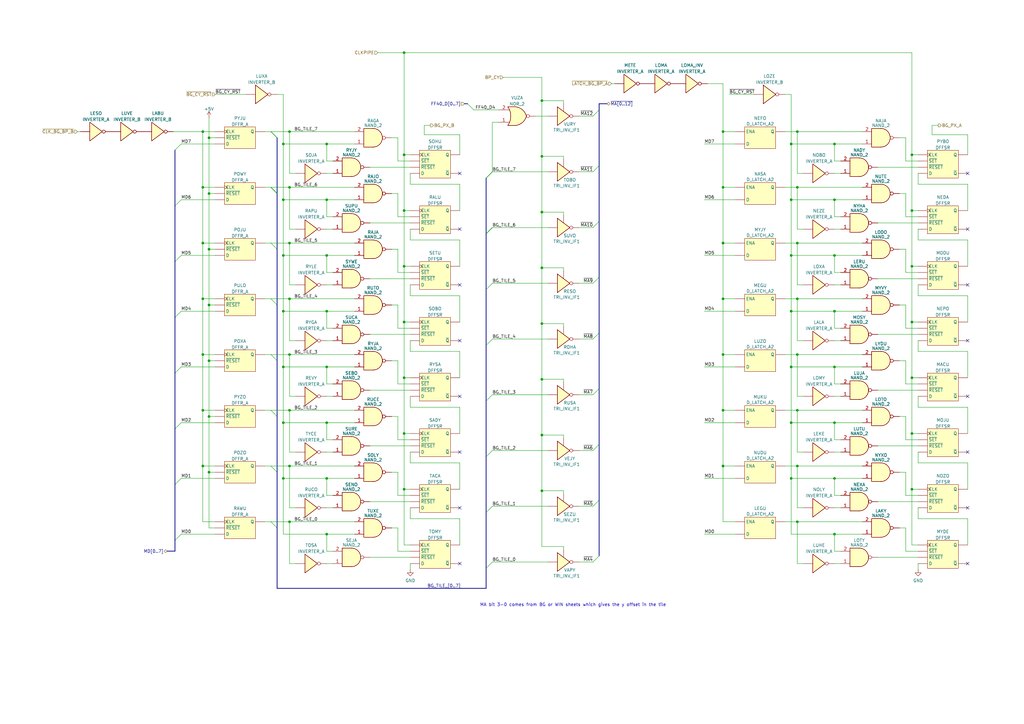
<source format=kicad_sch>
(kicad_sch (version 20211123) (generator eeschema)
  (paper "A3")
  (title_block (title "DMG-CPU B") (date "2022-12-22") (rev "0.3") (company "CC-BY-SA-4.0 Régis Galland & Michael Singer -- Derived work from Furrtek") (comment 1 "https://github.com/msinger/dmg-schematics"))
  (junction (at 296.545 191.135))
  (junction (at 118.745 53.975))
  (junction (at 85.725 170.815))
  (junction (at 374.015 200.66))
  (junction (at 342.265 196.215))
  (junction (at 165.735 21.59))
  (junction (at 296.545 122.555))
  (junction (at 327.025 99.695))
  (junction (at 165.735 86.36))
  (junction (at 324.485 104.775))
  (junction (at 296.545 53.975))
  (junction (at 165.735 154.94))
  (junction (at 327.025 213.995))
  (junction (at 133.985 196.215))
  (junction (at 165.735 63.5))
  (junction (at 118.745 76.835))
  (junction (at 222.25 64.135))
  (junction (at 133.985 219.075))
  (junction (at 83.185 168.275))
  (junction (at 85.725 79.375))
  (junction (at 165.735 109.22))
  (junction (at 222.25 178.435))
  (junction (at 116.205 81.915))
  (junction (at 296.545 145.415))
  (junction (at 118.745 213.995))
  (junction (at 85.725 193.675))
  (junction (at 116.205 127.635))
  (junction (at 324.485 150.495))
  (junction (at 222.25 109.855))
  (junction (at 116.205 150.495))
  (junction (at 116.205 173.355))
  (junction (at 296.545 168.275))
  (junction (at 342.265 150.495))
  (junction (at 83.185 53.975))
  (junction (at 222.25 132.715))
  (junction (at 133.985 59.055))
  (junction (at 133.985 81.915))
  (junction (at 116.205 196.215))
  (junction (at 222.25 201.295))
  (junction (at 296.545 76.835))
  (junction (at 327.025 168.275))
  (junction (at 324.485 127.635))
  (junction (at 118.745 122.555))
  (junction (at 296.545 99.695))
  (junction (at 83.185 191.135))
  (junction (at 327.025 191.135))
  (junction (at 374.015 86.36))
  (junction (at 324.485 59.055))
  (junction (at 118.745 191.135))
  (junction (at 83.185 99.695))
  (junction (at 133.985 127.635))
  (junction (at 85.725 125.095))
  (junction (at 374.015 63.5))
  (junction (at 133.985 150.495))
  (junction (at 222.25 41.275))
  (junction (at 342.265 219.075))
  (junction (at 165.735 177.8))
  (junction (at 327.025 76.835))
  (junction (at 85.725 147.955))
  (junction (at 324.485 196.215))
  (junction (at 324.485 81.915))
  (junction (at 83.185 76.835))
  (junction (at 374.015 132.08))
  (junction (at 327.025 53.975))
  (junction (at 118.745 99.695))
  (junction (at 374.015 154.94))
  (junction (at 342.265 59.055))
  (junction (at 374.015 109.22))
  (junction (at 116.205 104.775))
  (junction (at 342.265 81.915))
  (junction (at 327.025 145.415))
  (junction (at 118.745 145.415))
  (junction (at 133.985 104.775))
  (junction (at 342.265 104.775))
  (junction (at 133.985 173.355))
  (junction (at 118.745 168.275))
  (junction (at 222.25 86.995))
  (junction (at 83.185 122.555))
  (junction (at 165.735 132.08))
  (junction (at 374.015 177.8))
  (junction (at 342.265 127.635))
  (junction (at 85.725 102.235))
  (junction (at 116.205 59.055))
  (junction (at 324.485 173.355))
  (junction (at 83.185 145.415))
  (junction (at 165.735 200.66))
  (junction (at 342.265 173.355))
  (junction (at 222.25 155.575))
  (junction (at 85.725 56.515))
  (junction (at 327.025 122.555))
  (no_connect (at 396.875 162.56))
  (no_connect (at 188.595 71.12))
  (no_connect (at 188.595 185.42))
  (no_connect (at 396.875 139.7))
  (no_connect (at 188.595 231.14))
  (no_connect (at 188.595 139.7))
  (no_connect (at 396.875 93.98))
  (no_connect (at 396.875 231.14))
  (no_connect (at 188.595 93.98))
  (no_connect (at 188.595 162.56))
  (no_connect (at 188.595 116.84))
  (no_connect (at 396.875 185.42))
  (no_connect (at 188.595 208.28))
  (no_connect (at 396.875 71.12))
  (no_connect (at 396.875 208.28))
  (no_connect (at 396.875 116.84))
  (bus_entry (at 74.295 196.215) (size -2.54 2.54))
  (bus_entry (at 201.93 70.485) (size -2.54 2.54))
  (bus_entry (at 111.125 76.835) (size 2.54 2.54))
  (bus_entry (at 243.205 184.785) (size 2.54 -2.54))
  (bus_entry (at 201.93 139.065) (size -2.54 2.54))
  (bus_entry (at 111.125 53.975) (size 2.54 2.54))
  (bus_entry (at 243.205 116.205) (size 2.54 -2.54))
  (bus_entry (at 111.125 76.835) (size 2.54 2.54))
  (bus_entry (at 111.125 122.555) (size 2.54 2.54))
  (bus_entry (at 111.125 99.695) (size 2.54 2.54))
  (bus_entry (at 201.93 161.925) (size -2.54 2.54))
  (bus_entry (at 243.205 161.925) (size 2.54 -2.54))
  (bus_entry (at 111.125 168.275) (size 2.54 2.54))
  (bus_entry (at 243.205 70.485) (size 2.54 -2.54))
  (bus_entry (at 201.93 93.345) (size -2.54 2.54))
  (bus_entry (at 74.295 59.055) (size -2.54 2.54))
  (bus_entry (at 201.93 70.485) (size -2.54 2.54))
  (bus_entry (at 191.77 42.545) (size 2.54 2.54))
  (bus_entry (at 74.295 173.355) (size -2.54 2.54))
  (bus_entry (at 111.125 145.415) (size 2.54 2.54))
  (bus_entry (at 243.205 230.505) (size 2.54 -2.54))
  (bus_entry (at 243.205 47.625) (size 2.54 -2.54))
  (bus_entry (at 111.125 76.835) (size 2.54 2.54))
  (bus_entry (at 111.125 53.975) (size 2.54 2.54))
  (bus_entry (at 74.295 219.075) (size -2.54 2.54))
  (bus_entry (at 74.295 127.635) (size -2.54 2.54))
  (bus_entry (at 74.295 150.495) (size -2.54 2.54))
  (bus_entry (at 74.295 81.915) (size -2.54 2.54))
  (bus_entry (at 243.205 207.645) (size 2.54 -2.54))
  (bus_entry (at 243.205 93.345) (size 2.54 -2.54))
  (bus_entry (at 201.93 184.785) (size -2.54 2.54))
  (bus_entry (at 201.93 230.505) (size -2.54 2.54))
  (bus_entry (at 201.93 207.645) (size -2.54 2.54))
  (bus_entry (at 111.125 191.135) (size 2.54 2.54))
  (bus_entry (at 74.295 104.775) (size -2.54 2.54))
  (bus_entry (at 111.125 213.995) (size 2.54 2.54))
  (bus_entry (at 201.93 93.345) (size -2.54 2.54))
  (bus_entry (at 243.205 139.065) (size 2.54 -2.54))
  (bus_entry (at 201.93 93.345) (size -2.54 2.54))
  (bus_entry (at 201.93 116.205) (size -2.54 2.54))
  (wire (pts (xy 376.555 144.145) (xy 376.555 139.7)))
  (wire (pts (xy 188.595 154.94) (xy 188.595 144.145)))
  (wire (pts (xy 121.285 116.84) (xy 118.745 116.84)))
  (wire (pts (xy 376.555 121.285) (xy 396.875 121.285)))
  (wire (pts (xy 327.025 99.695) (xy 327.025 116.84)))
  (wire (pts (xy 396.875 132.08) (xy 396.875 121.285)))
  (wire (pts (xy 188.595 86.36) (xy 188.595 75.565)))
  (wire (pts (xy 165.735 109.22) (xy 165.735 86.36)))
  (wire (pts (xy 342.265 203.2) (xy 344.805 203.2)))
  (wire (pts (xy 342.265 157.48) (xy 342.265 150.495)))
  (wire (pts (xy 188.595 177.8) (xy 188.595 167.005)))
  (wire (pts (xy 288.925 196.215) (xy 301.625 196.215)))
  (wire (pts (xy 396.875 200.66) (xy 396.875 189.865)))
  (wire (pts (xy 376.555 157.48) (xy 371.475 157.48)))
  (wire (pts (xy 237.49 184.785) (xy 243.205 184.785)))
  (wire (pts (xy 360.045 91.44) (xy 376.555 91.44)))
  (wire (pts (xy 83.185 191.135) (xy 88.265 191.135)))
  (wire (pts (xy 231.14 202.565) (xy 231.14 201.295)))
  (wire (pts (xy 118.745 122.555) (xy 145.415 122.555)))
  (wire (pts (xy 222.25 41.275) (xy 222.25 64.135)))
  (wire (pts (xy 296.545 99.695) (xy 301.625 99.695)))
  (bus (pts (xy 245.745 67.945) (xy 245.745 45.085)))
  (wire (pts (xy 133.985 208.28) (xy 136.525 208.28)))
  (wire (pts (xy 88.265 147.955) (xy 85.725 147.955)))
  (wire (pts (xy 108.585 168.275) (xy 111.125 168.275)))
  (wire (pts (xy 108.585 53.975) (xy 111.125 53.975)))
  (wire (pts (xy 342.265 111.76) (xy 344.805 111.76)))
  (wire (pts (xy 163.195 193.675) (xy 163.195 203.2)))
  (wire (pts (xy 111.125 213.995) (xy 118.745 213.995)))
  (bus (pts (xy 71.755 130.175) (xy 71.755 153.035)))
  (wire (pts (xy 168.275 167.005) (xy 188.595 167.005)))
  (wire (pts (xy 324.485 38.735) (xy 324.485 59.055)))
  (wire (pts (xy 376.555 212.725) (xy 396.875 212.725)))
  (wire (pts (xy 116.205 104.775) (xy 116.205 127.635)))
  (wire (pts (xy 188.595 132.08) (xy 188.595 121.285)))
  (wire (pts (xy 165.735 132.08) (xy 168.275 132.08)))
  (wire (pts (xy 168.275 189.865) (xy 188.595 189.865)))
  (wire (pts (xy 231.14 225.425) (xy 231.14 224.155)))
  (wire (pts (xy 342.265 185.42) (xy 344.805 185.42)))
  (wire (pts (xy 108.585 76.835) (xy 111.125 76.835)))
  (wire (pts (xy 133.985 127.635) (xy 145.415 127.635)))
  (wire (pts (xy 376.555 167.005) (xy 396.875 167.005)))
  (wire (pts (xy 168.275 212.725) (xy 188.595 212.725)))
  (wire (pts (xy 83.185 76.835) (xy 88.265 76.835)))
  (wire (pts (xy 288.925 59.055) (xy 301.625 59.055)))
  (wire (pts (xy 151.765 182.88) (xy 168.275 182.88)))
  (wire (pts (xy 85.725 102.235) (xy 85.725 125.095)))
  (bus (pts (xy 245.745 113.665) (xy 245.745 90.805)))
  (wire (pts (xy 237.49 47.625) (xy 243.205 47.625)))
  (wire (pts (xy 168.275 75.565) (xy 188.595 75.565)))
  (bus (pts (xy 199.39 187.325) (xy 199.39 210.185)))
  (wire (pts (xy 74.295 104.775) (xy 88.265 104.775)))
  (wire (pts (xy 88.265 102.235) (xy 85.725 102.235)))
  (wire (pts (xy 133.985 157.48) (xy 133.985 150.495)))
  (wire (pts (xy 342.265 219.075) (xy 353.695 219.075)))
  (wire (pts (xy 376.555 121.285) (xy 376.555 116.84)))
  (wire (pts (xy 163.195 147.955) (xy 163.195 157.48)))
  (wire (pts (xy 116.205 81.915) (xy 116.205 104.775)))
  (wire (pts (xy 288.925 104.775) (xy 301.625 104.775)))
  (wire (pts (xy 188.595 55.245) (xy 188.595 63.5)))
  (wire (pts (xy 85.725 193.675) (xy 85.725 216.535)))
  (wire (pts (xy 296.545 145.415) (xy 301.625 145.415)))
  (wire (pts (xy 324.485 196.215) (xy 342.265 196.215)))
  (wire (pts (xy 231.14 65.405) (xy 231.14 64.135)))
  (wire (pts (xy 368.935 79.375) (xy 371.475 79.375)))
  (wire (pts (xy 83.185 168.275) (xy 83.185 191.135)))
  (wire (pts (xy 133.985 219.075) (xy 145.415 219.075)))
  (wire (pts (xy 327.025 231.14) (xy 327.025 213.995)))
  (wire (pts (xy 121.285 231.14) (xy 118.745 231.14)))
  (wire (pts (xy 329.565 139.7) (xy 327.025 139.7)))
  (bus (pts (xy 248.92 42.545) (xy 245.745 42.545)))
  (wire (pts (xy 83.185 168.275) (xy 88.265 168.275)))
  (wire (pts (xy 324.485 173.355) (xy 324.485 196.215)))
  (wire (pts (xy 376.555 98.425) (xy 376.555 93.98)))
  (wire (pts (xy 368.935 216.535) (xy 371.475 216.535)))
  (wire (pts (xy 163.195 79.375) (xy 163.195 88.9)))
  (wire (pts (xy 133.985 71.12) (xy 136.525 71.12)))
  (wire (pts (xy 360.045 205.74) (xy 376.555 205.74)))
  (bus (pts (xy 71.755 153.035) (xy 71.755 175.895)))
  (wire (pts (xy 382.27 51.435) (xy 384.81 51.435)))
  (wire (pts (xy 382.27 55.245) (xy 396.875 55.245)))
  (wire (pts (xy 165.735 63.5) (xy 165.735 21.59)))
  (wire (pts (xy 168.275 231.14) (xy 168.275 233.68)))
  (wire (pts (xy 151.765 114.3) (xy 168.275 114.3)))
  (wire (pts (xy 327.025 168.275) (xy 327.025 185.42)))
  (wire (pts (xy 71.12 53.975) (xy 83.185 53.975)))
  (wire (pts (xy 309.245 38.735) (xy 299.085 38.735)))
  (wire (pts (xy 296.545 53.975) (xy 301.625 53.975)))
  (wire (pts (xy 222.25 86.995) (xy 222.25 64.135)))
  (wire (pts (xy 118.745 99.695) (xy 145.415 99.695)))
  (wire (pts (xy 160.655 193.675) (xy 163.195 193.675)))
  (wire (pts (xy 163.195 216.535) (xy 163.195 226.06)))
  (wire (pts (xy 374.015 200.66) (xy 374.015 177.8)))
  (wire (pts (xy 342.265 66.04) (xy 342.265 59.055)))
  (bus (pts (xy 245.745 42.545) (xy 245.745 45.085)))
  (wire (pts (xy 163.195 56.515) (xy 163.195 66.04)))
  (wire (pts (xy 376.555 111.76) (xy 371.475 111.76)))
  (wire (pts (xy 85.725 56.515) (xy 85.725 79.375)))
  (wire (pts (xy 237.49 207.645) (xy 243.205 207.645)))
  (wire (pts (xy 173.99 51.435) (xy 173.99 55.245)))
  (wire (pts (xy 151.765 160.02) (xy 168.275 160.02)))
  (wire (pts (xy 324.485 81.915) (xy 324.485 104.775)))
  (wire (pts (xy 83.185 99.695) (xy 88.265 99.695)))
  (wire (pts (xy 231.14 132.715) (xy 222.25 132.715)))
  (wire (pts (xy 173.99 51.435) (xy 176.53 51.435)))
  (wire (pts (xy 374.015 86.36) (xy 374.015 63.5)))
  (wire (pts (xy 321.945 145.415) (xy 327.025 145.415)))
  (wire (pts (xy 382.27 51.435) (xy 382.27 55.245)))
  (wire (pts (xy 296.545 191.135) (xy 301.625 191.135)))
  (bus (pts (xy 245.745 67.945) (xy 245.745 90.805)))
  (wire (pts (xy 296.545 34.29) (xy 296.545 53.975)))
  (wire (pts (xy 116.205 173.355) (xy 116.205 196.215)))
  (wire (pts (xy 160.655 216.535) (xy 163.195 216.535)))
  (wire (pts (xy 329.565 116.84) (xy 327.025 116.84)))
  (wire (pts (xy 342.265 88.9) (xy 344.805 88.9)))
  (bus (pts (xy 245.745 182.245) (xy 245.745 159.385)))
  (wire (pts (xy 154.94 21.59) (xy 165.735 21.59)))
  (wire (pts (xy 201.93 50.165) (xy 201.93 70.485)))
  (wire (pts (xy 327.025 191.135) (xy 353.695 191.135)))
  (wire (pts (xy 222.25 132.715) (xy 222.25 109.855)))
  (wire (pts (xy 111.125 191.135) (xy 118.745 191.135)))
  (wire (pts (xy 168.275 144.145) (xy 168.275 139.7)))
  (wire (pts (xy 201.93 161.925) (xy 224.79 161.925)))
  (wire (pts (xy 360.045 137.16) (xy 376.555 137.16)))
  (wire (pts (xy 327.025 191.135) (xy 327.025 208.28)))
  (bus (pts (xy 245.745 205.105) (xy 245.745 182.245)))
  (wire (pts (xy 360.045 182.88) (xy 376.555 182.88)))
  (wire (pts (xy 151.765 68.58) (xy 168.275 68.58)))
  (wire (pts (xy 111.125 145.415) (xy 118.745 145.415)))
  (wire (pts (xy 83.185 145.415) (xy 83.185 168.275)))
  (wire (pts (xy 168.275 121.285) (xy 168.275 116.84)))
  (bus (pts (xy 199.39 210.185) (xy 199.39 233.045)))
  (wire (pts (xy 329.565 93.98) (xy 327.025 93.98)))
  (wire (pts (xy 165.735 154.94) (xy 165.735 132.08)))
  (wire (pts (xy 374.015 109.22) (xy 374.015 86.36)))
  (wire (pts (xy 108.585 191.135) (xy 111.125 191.135)))
  (wire (pts (xy 296.545 145.415) (xy 296.545 168.275)))
  (wire (pts (xy 88.265 79.375) (xy 85.725 79.375)))
  (wire (pts (xy 74.295 173.355) (xy 88.265 173.355)))
  (wire (pts (xy 151.765 137.16) (xy 168.275 137.16)))
  (wire (pts (xy 118.745 76.835) (xy 118.745 93.98)))
  (wire (pts (xy 290.195 34.29) (xy 296.545 34.29)))
  (wire (pts (xy 133.985 59.055) (xy 145.415 59.055)))
  (wire (pts (xy 324.485 150.495) (xy 342.265 150.495)))
  (wire (pts (xy 74.295 196.215) (xy 88.265 196.215)))
  (wire (pts (xy 327.025 122.555) (xy 327.025 139.7)))
  (wire (pts (xy 342.265 81.915) (xy 353.695 81.915)))
  (bus (pts (xy 113.665 125.095) (xy 113.665 147.955)))
  (wire (pts (xy 374.015 154.94) (xy 374.015 132.08)))
  (wire (pts (xy 368.935 102.235) (xy 371.475 102.235)))
  (wire (pts (xy 201.93 230.505) (xy 224.79 230.505)))
  (bus (pts (xy 113.665 102.235) (xy 113.665 125.095)))
  (wire (pts (xy 360.045 160.02) (xy 376.555 160.02)))
  (wire (pts (xy 111.125 99.695) (xy 118.745 99.695)))
  (wire (pts (xy 368.935 56.515) (xy 371.475 56.515)))
  (wire (pts (xy 168.275 157.48) (xy 163.195 157.48)))
  (bus (pts (xy 113.665 216.535) (xy 113.665 241.3)))
  (wire (pts (xy 321.945 76.835) (xy 327.025 76.835)))
  (wire (pts (xy 118.745 191.135) (xy 145.415 191.135)))
  (wire (pts (xy 206.375 31.75) (xy 222.25 31.75)))
  (wire (pts (xy 133.985 66.04) (xy 136.525 66.04)))
  (wire (pts (xy 327.025 76.835) (xy 353.695 76.835)))
  (wire (pts (xy 376.555 189.865) (xy 396.875 189.865)))
  (wire (pts (xy 342.265 180.34) (xy 344.805 180.34)))
  (wire (pts (xy 396.875 177.8) (xy 396.875 167.005)))
  (wire (pts (xy 74.295 81.915) (xy 88.265 81.915)))
  (wire (pts (xy 168.275 189.865) (xy 168.275 185.42)))
  (wire (pts (xy 374.015 63.5) (xy 376.555 63.5)))
  (wire (pts (xy 231.14 42.545) (xy 231.14 41.275)))
  (wire (pts (xy 231.14 111.125) (xy 231.14 109.855)))
  (bus (pts (xy 191.77 42.545) (xy 190.5 42.545)))
  (wire (pts (xy 83.185 213.995) (xy 88.265 213.995)))
  (bus (pts (xy 113.665 170.815) (xy 113.665 193.675)))
  (wire (pts (xy 74.295 59.055) (xy 88.265 59.055)))
  (wire (pts (xy 168.275 167.005) (xy 168.275 162.56)))
  (wire (pts (xy 133.985 150.495) (xy 145.415 150.495)))
  (wire (pts (xy 201.93 139.065) (xy 224.79 139.065)))
  (wire (pts (xy 360.045 114.3) (xy 376.555 114.3)))
  (wire (pts (xy 168.275 75.565) (xy 168.275 71.12)))
  (wire (pts (xy 168.275 203.2) (xy 163.195 203.2)))
  (wire (pts (xy 231.14 109.855) (xy 222.25 109.855)))
  (wire (pts (xy 168.275 121.285) (xy 188.595 121.285)))
  (wire (pts (xy 396.875 55.245) (xy 396.875 63.5)))
  (wire (pts (xy 376.555 203.2) (xy 371.475 203.2)))
  (wire (pts (xy 376.555 189.865) (xy 376.555 185.42)))
  (wire (pts (xy 165.735 21.59) (xy 374.015 21.59)))
  (wire (pts (xy 368.935 125.095) (xy 371.475 125.095)))
  (wire (pts (xy 116.205 219.075) (xy 133.985 219.075)))
  (wire (pts (xy 116.205 127.635) (xy 116.205 150.495)))
  (wire (pts (xy 342.265 111.76) (xy 342.265 104.775)))
  (wire (pts (xy 133.985 93.98) (xy 136.525 93.98)))
  (wire (pts (xy 231.14 88.265) (xy 231.14 86.995)))
  (bus (pts (xy 113.665 79.375) (xy 113.665 102.235)))
  (wire (pts (xy 133.985 162.56) (xy 136.525 162.56)))
  (wire (pts (xy 118.745 231.14) (xy 118.745 213.995)))
  (wire (pts (xy 376.555 212.725) (xy 376.555 208.28)))
  (bus (pts (xy 245.745 136.525) (xy 245.745 113.665)))
  (wire (pts (xy 165.735 177.8) (xy 165.735 154.94)))
  (wire (pts (xy 324.485 59.055) (xy 324.485 81.915)))
  (wire (pts (xy 133.985 226.06) (xy 133.985 219.075)))
  (wire (pts (xy 219.71 47.625) (xy 224.79 47.625)))
  (wire (pts (xy 222.25 109.855) (xy 222.25 86.995)))
  (wire (pts (xy 342.265 127.635) (xy 353.695 127.635)))
  (wire (pts (xy 74.295 219.075) (xy 88.265 219.075)))
  (wire (pts (xy 374.015 154.94) (xy 376.555 154.94)))
  (wire (pts (xy 371.475 102.235) (xy 371.475 111.76)))
  (wire (pts (xy 231.14 64.135) (xy 222.25 64.135)))
  (wire (pts (xy 327.025 99.695) (xy 353.695 99.695)))
  (wire (pts (xy 116.205 59.055) (xy 116.205 81.915)))
  (wire (pts (xy 396.875 109.22) (xy 396.875 98.425)))
  (wire (pts (xy 121.285 162.56) (xy 118.745 162.56)))
  (wire (pts (xy 118.745 168.275) (xy 145.415 168.275)))
  (wire (pts (xy 160.655 147.955) (xy 163.195 147.955)))
  (wire (pts (xy 321.945 191.135) (xy 327.025 191.135)))
  (wire (pts (xy 324.485 104.775) (xy 324.485 127.635)))
  (wire (pts (xy 168.275 66.04) (xy 163.195 66.04)))
  (wire (pts (xy 342.265 104.775) (xy 353.695 104.775)))
  (bus (pts (xy 245.745 159.385) (xy 245.745 136.525)))
  (wire (pts (xy 222.25 178.435) (xy 222.25 155.575)))
  (wire (pts (xy 168.275 98.425) (xy 168.275 93.98)))
  (wire (pts (xy 151.765 228.6) (xy 168.275 228.6)))
  (wire (pts (xy 133.985 134.62) (xy 133.985 127.635)))
  (wire (pts (xy 168.275 223.52) (xy 165.735 223.52)))
  (wire (pts (xy 133.985 173.355) (xy 145.415 173.355)))
  (wire (pts (xy 201.93 184.785) (xy 224.79 184.785)))
  (wire (pts (xy 222.25 155.575) (xy 222.25 132.715)))
  (bus (pts (xy 113.665 193.675) (xy 113.665 216.535)))
  (wire (pts (xy 133.985 157.48) (xy 136.525 157.48)))
  (wire (pts (xy 288.925 219.075) (xy 301.625 219.075)))
  (wire (pts (xy 329.565 162.56) (xy 327.025 162.56)))
  (wire (pts (xy 342.265 134.62) (xy 344.805 134.62)))
  (bus (pts (xy 113.665 56.515) (xy 113.665 79.375)))
  (wire (pts (xy 85.725 79.375) (xy 85.725 102.235)))
  (wire (pts (xy 237.49 161.925) (xy 243.205 161.925)))
  (wire (pts (xy 371.475 125.095) (xy 371.475 134.62)))
  (wire (pts (xy 133.985 111.76) (xy 133.985 104.775)))
  (wire (pts (xy 324.485 173.355) (xy 342.265 173.355)))
  (wire (pts (xy 31.75 53.975) (xy 33.02 53.975)))
  (wire (pts (xy 116.205 150.495) (xy 116.205 173.355)))
  (wire (pts (xy 321.945 213.995) (xy 327.025 213.995)))
  (bus (pts (xy 71.755 198.755) (xy 71.755 221.615)))
  (wire (pts (xy 83.185 53.975) (xy 83.185 76.835)))
  (wire (pts (xy 116.205 104.775) (xy 133.985 104.775)))
  (wire (pts (xy 231.14 201.295) (xy 222.25 201.295)))
  (wire (pts (xy 342.265 71.12) (xy 344.805 71.12)))
  (wire (pts (xy 296.545 76.835) (xy 301.625 76.835)))
  (bus (pts (xy 199.39 141.605) (xy 199.39 164.465)))
  (wire (pts (xy 111.125 122.555) (xy 118.745 122.555)))
  (wire (pts (xy 296.545 168.275) (xy 301.625 168.275)))
  (wire (pts (xy 118.745 53.975) (xy 145.415 53.975)))
  (wire (pts (xy 165.735 86.36) (xy 165.735 63.5)))
  (wire (pts (xy 288.925 127.635) (xy 301.625 127.635)))
  (wire (pts (xy 368.935 193.675) (xy 371.475 193.675)))
  (wire (pts (xy 188.595 109.22) (xy 188.595 98.425)))
  (wire (pts (xy 342.265 231.14) (xy 344.805 231.14)))
  (wire (pts (xy 396.875 86.36) (xy 396.875 75.565)))
  (bus (pts (xy 199.39 95.885) (xy 199.39 118.745)))
  (wire (pts (xy 374.015 177.8) (xy 376.555 177.8)))
  (wire (pts (xy 376.555 98.425) (xy 396.875 98.425)))
  (wire (pts (xy 160.655 56.515) (xy 163.195 56.515)))
  (wire (pts (xy 342.265 162.56) (xy 344.805 162.56)))
  (wire (pts (xy 329.565 71.12) (xy 327.025 71.12)))
  (wire (pts (xy 118.745 122.555) (xy 118.745 139.7)))
  (wire (pts (xy 324.485 59.055) (xy 342.265 59.055)))
  (wire (pts (xy 321.945 168.275) (xy 327.025 168.275)))
  (wire (pts (xy 168.275 226.06) (xy 163.195 226.06)))
  (wire (pts (xy 85.725 170.815) (xy 85.725 193.675)))
  (bus (pts (xy 71.755 175.895) (xy 71.755 198.755)))
  (wire (pts (xy 327.025 53.975) (xy 327.025 71.12)))
  (wire (pts (xy 201.93 70.485) (xy 224.79 70.485)))
  (wire (pts (xy 108.585 122.555) (xy 111.125 122.555)))
  (wire (pts (xy 133.985 111.76) (xy 136.525 111.76)))
  (bus (pts (xy 199.39 233.045) (xy 199.39 241.3)))
  (wire (pts (xy 374.015 21.59) (xy 374.015 63.5)))
  (wire (pts (xy 133.985 116.84) (xy 136.525 116.84)))
  (wire (pts (xy 321.945 122.555) (xy 327.025 122.555)))
  (wire (pts (xy 374.015 109.22) (xy 376.555 109.22)))
  (wire (pts (xy 118.745 168.275) (xy 118.745 185.42)))
  (wire (pts (xy 342.265 196.215) (xy 353.695 196.215)))
  (wire (pts (xy 88.265 193.675) (xy 85.725 193.675)))
  (wire (pts (xy 376.555 134.62) (xy 371.475 134.62)))
  (wire (pts (xy 396.875 154.94) (xy 396.875 144.145)))
  (wire (pts (xy 133.985 231.14) (xy 136.525 231.14)))
  (wire (pts (xy 133.985 88.9) (xy 133.985 81.915)))
  (wire (pts (xy 83.185 99.695) (xy 83.185 122.555)))
  (wire (pts (xy 376.555 180.34) (xy 371.475 180.34)))
  (wire (pts (xy 85.725 125.095) (xy 85.725 147.955)))
  (wire (pts (xy 324.485 196.215) (xy 324.485 219.075)))
  (wire (pts (xy 121.285 93.98) (xy 118.745 93.98)))
  (wire (pts (xy 133.985 139.7) (xy 136.525 139.7)))
  (wire (pts (xy 231.14 155.575) (xy 222.25 155.575)))
  (bus (pts (xy 199.39 164.465) (xy 199.39 187.325)))
  (wire (pts (xy 165.735 154.94) (xy 168.275 154.94)))
  (wire (pts (xy 88.265 56.515) (xy 85.725 56.515)))
  (wire (pts (xy 168.275 134.62) (xy 163.195 134.62)))
  (wire (pts (xy 118.745 191.135) (xy 118.745 208.28)))
  (wire (pts (xy 321.945 99.695) (xy 327.025 99.695)))
  (wire (pts (xy 376.555 75.565) (xy 376.555 71.12)))
  (wire (pts (xy 133.985 134.62) (xy 136.525 134.62)))
  (wire (pts (xy 376.555 75.565) (xy 396.875 75.565)))
  (wire (pts (xy 376.555 88.9) (xy 371.475 88.9)))
  (wire (pts (xy 371.475 147.955) (xy 371.475 157.48)))
  (wire (pts (xy 133.985 203.2) (xy 133.985 196.215)))
  (wire (pts (xy 168.275 144.145) (xy 188.595 144.145)))
  (wire (pts (xy 201.93 50.165) (xy 204.47 50.165)))
  (bus (pts (xy 71.755 84.455) (xy 71.755 107.315)))
  (wire (pts (xy 342.265 134.62) (xy 342.265 127.635)))
  (wire (pts (xy 231.14 178.435) (xy 222.25 178.435)))
  (wire (pts (xy 118.745 145.415) (xy 118.745 162.56)))
  (wire (pts (xy 231.14 133.985) (xy 231.14 132.715)))
  (wire (pts (xy 111.125 168.275) (xy 118.745 168.275)))
  (wire (pts (xy 74.295 150.495) (xy 88.265 150.495)))
  (wire (pts (xy 327.025 145.415) (xy 353.695 145.415)))
  (wire (pts (xy 342.265 208.28) (xy 344.805 208.28)))
  (wire (pts (xy 324.485 127.635) (xy 324.485 150.495)))
  (wire (pts (xy 168.275 180.34) (xy 163.195 180.34)))
  (wire (pts (xy 237.49 116.205) (xy 243.205 116.205)))
  (wire (pts (xy 327.025 76.835) (xy 327.025 93.98)))
  (wire (pts (xy 342.265 203.2) (xy 342.265 196.215)))
  (wire (pts (xy 376.555 144.145) (xy 396.875 144.145)))
  (wire (pts (xy 121.285 71.12) (xy 118.745 71.12)))
  (wire (pts (xy 133.985 185.42) (xy 136.525 185.42)))
  (wire (pts (xy 396.875 223.52) (xy 396.875 212.725)))
  (wire (pts (xy 376.555 167.005) (xy 376.555 162.56)))
  (wire (pts (xy 163.195 125.095) (xy 163.195 134.62)))
  (wire (pts (xy 83.185 122.555) (xy 83.185 145.415)))
  (wire (pts (xy 329.565 208.28) (xy 327.025 208.28)))
  (wire (pts (xy 160.655 170.815) (xy 163.195 170.815)))
  (wire (pts (xy 133.985 180.34) (xy 133.985 173.355)))
  (wire (pts (xy 83.185 53.975) (xy 88.265 53.975)))
  (wire (pts (xy 296.545 213.995) (xy 301.625 213.995)))
  (wire (pts (xy 116.205 59.055) (xy 133.985 59.055)))
  (wire (pts (xy 160.655 125.095) (xy 163.195 125.095)))
  (bus (pts (xy 68.58 226.06) (xy 71.755 226.06)))
  (wire (pts (xy 222.25 201.295) (xy 222.25 178.435)))
  (wire (pts (xy 342.265 88.9) (xy 342.265 81.915)))
  (wire (pts (xy 133.985 196.215) (xy 145.415 196.215)))
  (wire (pts (xy 376.555 66.04) (xy 371.475 66.04)))
  (wire (pts (xy 118.745 76.835) (xy 145.415 76.835)))
  (wire (pts (xy 83.185 76.835) (xy 83.185 99.695)))
  (wire (pts (xy 342.265 66.04) (xy 344.805 66.04)))
  (wire (pts (xy 201.93 93.345) (xy 224.79 93.345)))
  (wire (pts (xy 165.735 223.52) (xy 165.735 200.66)))
  (wire (pts (xy 116.205 196.215) (xy 133.985 196.215)))
  (wire (pts (xy 374.015 132.08) (xy 376.555 132.08)))
  (bus (pts (xy 71.755 221.615) (xy 71.755 226.06)))
  (wire (pts (xy 108.585 99.695) (xy 111.125 99.695)))
  (wire (pts (xy 371.475 56.515) (xy 371.475 66.04)))
  (wire (pts (xy 327.025 53.975) (xy 353.695 53.975)))
  (wire (pts (xy 118.745 213.995) (xy 145.415 213.995)))
  (wire (pts (xy 108.585 145.415) (xy 111.125 145.415)))
  (wire (pts (xy 296.545 53.975) (xy 296.545 76.835)))
  (bus (pts (xy 113.665 147.955) (xy 113.665 170.815)))
  (wire (pts (xy 360.045 228.6) (xy 376.555 228.6)))
  (wire (pts (xy 237.49 93.345) (xy 243.205 93.345)))
  (wire (pts (xy 342.265 180.34) (xy 342.265 173.355)))
  (wire (pts (xy 288.925 150.495) (xy 301.625 150.495)))
  (wire (pts (xy 116.205 81.915) (xy 133.985 81.915)))
  (wire (pts (xy 133.985 226.06) (xy 136.525 226.06)))
  (wire (pts (xy 88.265 216.535) (xy 85.725 216.535)))
  (wire (pts (xy 342.265 173.355) (xy 353.695 173.355)))
  (wire (pts (xy 165.735 109.22) (xy 168.275 109.22)))
  (wire (pts (xy 296.545 99.695) (xy 296.545 122.555)))
  (wire (pts (xy 168.275 88.9) (xy 163.195 88.9)))
  (wire (pts (xy 165.735 86.36) (xy 168.275 86.36)))
  (wire (pts (xy 327.025 145.415) (xy 327.025 162.56)))
  (wire (pts (xy 188.595 223.52) (xy 188.595 212.725)))
  (wire (pts (xy 133.985 88.9) (xy 136.525 88.9)))
  (wire (pts (xy 342.265 93.98) (xy 344.805 93.98)))
  (wire (pts (xy 371.475 216.535) (xy 371.475 226.06)))
  (wire (pts (xy 371.475 170.815) (xy 371.475 180.34)))
  (wire (pts (xy 237.49 70.485) (xy 243.205 70.485)))
  (wire (pts (xy 324.485 81.915) (xy 342.265 81.915)))
  (wire (pts (xy 321.945 53.975) (xy 327.025 53.975)))
  (wire (pts (xy 133.985 104.775) (xy 145.415 104.775)))
  (wire (pts (xy 165.735 63.5) (xy 168.275 63.5)))
  (wire (pts (xy 329.565 185.42) (xy 327.025 185.42)))
  (bus (pts (xy 199.39 118.745) (xy 199.39 141.605)))
  (wire (pts (xy 133.985 81.915) (xy 145.415 81.915)))
  (wire (pts (xy 376.555 223.52) (xy 374.015 223.52)))
  (wire (pts (xy 121.285 139.7) (xy 118.745 139.7)))
  (wire (pts (xy 296.545 122.555) (xy 296.545 145.415)))
  (wire (pts (xy 118.745 53.975) (xy 118.745 71.12)))
  (wire (pts (xy 374.015 223.52) (xy 374.015 200.66)))
  (wire (pts (xy 188.595 200.66) (xy 188.595 189.865)))
  (wire (pts (xy 88.265 170.815) (xy 85.725 170.815)))
  (wire (pts (xy 296.545 122.555) (xy 301.625 122.555)))
  (wire (pts (xy 231.14 41.275) (xy 222.25 41.275)))
  (wire (pts (xy 374.015 86.36) (xy 376.555 86.36)))
  (wire (pts (xy 83.185 145.415) (xy 88.265 145.415)))
  (wire (pts (xy 108.585 213.995) (xy 111.125 213.995)))
  (wire (pts (xy 173.99 55.245) (xy 188.595 55.245)))
  (wire (pts (xy 342.265 139.7) (xy 344.805 139.7)))
  (wire (pts (xy 342.265 226.06) (xy 342.265 219.075)))
  (wire (pts (xy 327.025 122.555) (xy 353.695 122.555)))
  (wire (pts (xy 296.545 168.275) (xy 296.545 191.135)))
  (wire (pts (xy 83.185 122.555) (xy 88.265 122.555)))
  (wire (pts (xy 342.265 59.055) (xy 353.695 59.055)))
  (wire (pts (xy 327.025 213.995) (xy 353.695 213.995)))
  (wire (pts (xy 371.475 79.375) (xy 371.475 88.9)))
  (wire (pts (xy 160.655 79.375) (xy 163.195 79.375)))
  (wire (pts (xy 163.195 102.235) (xy 163.195 111.76)))
  (wire (pts (xy 116.205 196.215) (xy 116.205 219.075)))
  (wire (pts (xy 222.25 224.155) (xy 222.25 201.295)))
  (wire (pts (xy 371.475 193.675) (xy 371.475 203.2)))
  (wire (pts (xy 231.14 86.995) (xy 222.25 86.995)))
  (wire (pts (xy 165.735 200.66) (xy 168.275 200.66)))
  (wire (pts (xy 133.985 180.34) (xy 136.525 180.34)))
  (wire (pts (xy 116.205 150.495) (xy 133.985 150.495)))
  (wire (pts (xy 342.265 157.48) (xy 344.805 157.48)))
  (wire (pts (xy 374.015 200.66) (xy 376.555 200.66)))
  (wire (pts (xy 327.025 168.275) (xy 353.695 168.275)))
  (wire (pts (xy 121.285 185.42) (xy 118.745 185.42)))
  (wire (pts (xy 83.185 191.135) (xy 83.185 213.995)))
  (wire (pts (xy 231.14 224.155) (xy 222.25 224.155)))
  (wire (pts (xy 160.655 102.235) (xy 163.195 102.235)))
  (wire (pts (xy 133.985 66.04) (xy 133.985 59.055)))
  (wire (pts (xy 121.285 208.28) (xy 118.745 208.28)))
  (wire (pts (xy 222.25 41.275) (xy 222.25 31.75)))
  (wire (pts (xy 168.275 111.76) (xy 163.195 111.76)))
  (wire (pts (xy 163.195 170.815) (xy 163.195 180.34)))
  (wire (pts (xy 118.745 99.695) (xy 118.745 116.84)))
  (bus (pts (xy 199.39 73.025) (xy 199.39 95.885)))
  (wire (pts (xy 231.14 179.705) (xy 231.14 178.435)))
  (wire (pts (xy 374.015 177.8) (xy 374.015 154.94)))
  (bus (pts (xy 71.755 61.595) (xy 71.755 84.455)))
  (bus (pts (xy 245.745 227.965) (xy 245.745 205.105)))
  (wire (pts (xy 376.555 226.06) (xy 371.475 226.06)))
  (wire (pts (xy 324.485 104.775) (xy 342.265 104.775)))
  (wire (pts (xy 237.49 139.065) (xy 243.205 139.065)))
  (wire (pts (xy 151.765 205.74) (xy 168.275 205.74)))
  (wire (pts (xy 368.935 170.815) (xy 371.475 170.815)))
  (wire (pts (xy 100.965 38.735) (xy 88.265 38.735)))
  (wire (pts (xy 288.925 81.915) (xy 301.625 81.915)))
  (wire (pts (xy 342.265 116.84) (xy 344.805 116.84)))
  (wire (pts (xy 168.275 212.725) (xy 168.275 208.28)))
  (wire (pts (xy 85.725 56.515) (xy 85.725 48.26)))
  (wire (pts (xy 376.555 231.14) (xy 376.555 233.68)))
  (wire (pts (xy 201.93 207.645) (xy 224.79 207.645)))
  (wire (pts (xy 201.93 116.205) (xy 224.79 116.205)))
  (wire (pts (xy 118.745 145.415) (xy 145.415 145.415)))
  (wire (pts (xy 74.295 127.635) (xy 88.265 127.635)))
  (wire (pts (xy 250.825 34.29) (xy 252.095 34.29)))
  (bus (pts (xy 113.665 241.3) (xy 199.39 241.3)))
  (wire (pts (xy 324.485 219.075) (xy 342.265 219.075)))
  (wire (pts (xy 368.935 147.955) (xy 371.475 147.955)))
  (wire (pts (xy 342.265 226.06) (xy 344.805 226.06)))
  (wire (pts (xy 116.205 173.355) (xy 133.985 173.355)))
  (wire (pts (xy 111.125 53.975) (xy 118.745 53.975)))
  (wire (pts (xy 111.125 76.835) (xy 118.745 76.835)))
  (wire (pts (xy 231.14 156.845) (xy 231.14 155.575)))
  (wire (pts (xy 296.545 191.135) (xy 296.545 213.995)))
  (wire (pts (xy 165.735 177.8) (xy 168.275 177.8)))
  (wire (pts (xy 329.565 231.14) (xy 327.025 231.14)))
  (wire (pts (xy 88.265 125.095) (xy 85.725 125.095)))
  (wire (pts (xy 151.765 91.44) (xy 168.275 91.44)))
  (wire (pts (xy 133.985 203.2) (xy 136.525 203.2)))
  (wire (pts (xy 116.205 38.735) (xy 116.205 59.055)))
  (wire (pts (xy 324.485 150.495) (xy 324.485 173.355)))
  (wire (pts (xy 85.725 147.955) (xy 85.725 170.815)))
  (wire (pts (xy 374.015 132.08) (xy 374.015 109.22)))
  (wire (pts (xy 113.665 38.735) (xy 116.205 38.735)))
  (wire (pts (xy 165.735 132.08) (xy 165.735 109.22)))
  (wire (pts (xy 237.49 230.505) (xy 243.205 230.505)))
  (wire (pts (xy 168.275 98.425) (xy 188.595 98.425)))
  (wire (pts (xy 342.265 150.495) (xy 353.695 150.495)))
  (wire (pts (xy 324.485 127.635) (xy 342.265 127.635)))
  (wire (pts (xy 116.205 127.635) (xy 133.985 127.635)))
  (wire (pts (xy 288.925 173.355) (xy 301.625 173.355)))
  (wire (pts (xy 360.045 68.58) (xy 376.555 68.58)))
  (wire (pts (xy 321.945 38.735) (xy 324.485 38.735)))
  (wire (pts (xy 194.31 45.085) (xy 204.47 45.085)))
  (wire (pts (xy 296.545 76.835) (xy 296.545 99.695)))
  (wire (pts (xy 165.735 200.66) (xy 165.735 177.8)))
  (bus (pts (xy 71.755 107.315) (xy 71.755 130.175)))
  (text "MA bit 3-0 comes from BG or WIN sheets which gives the y offset in the tile" (at 196.85 248.92 0) (effects (font (size 1.27 1.27)) (justify left bottom)))
  (label "BG_TILE_7" (at 201.93 70.485 0))
  (label "MD3" (at 288.925 150.495 0))
  (label "MD2" (at 74.295 173.355 0))
  (label "MD2" (at 288.925 173.355 0))
  (label "BG_TILE_7" (at 120.65 53.975 0))
  (label "MD7" (at 74.295 59.055 0))
  (label "~{MA12}" (at 243.205 47.625 180))
  (label "MD5" (at 288.925 104.775 0))
  (label "BG_TILE_1" (at 201.93 207.645 0))
  (label "BG_TILE_2" (at 201.93 184.785 0))
  (label "MD1" (at 288.925 196.215 0))
  (label "BG_TILE_0" (at 120.65 213.995 0))
  (label "~{MA4}" (at 243.205 230.505 180))
  (label "~{MA10}" (at 243.205 93.345 180))
  (label "MD6" (at 288.925 81.915 0))
  (label "BG_TILE_1" (at 120.65 191.135 0))
  (label "~{BG_CY_RST}" (at 88.265 38.735 0))
  (label "MD0" (at 288.925 219.075 0))
  (label "BG_TILE_6" (at 201.93 93.345 0))
  (label "~{MA11}" (at 243.205 70.485 180))
  (label "MD4" (at 74.295 127.635 0))
  (label "BG_TILE_5" (at 120.65 99.695 0))
  (label "BG_TILE_3" (at 201.93 161.925 0))
  (label "MD4" (at 288.925 127.635 0))
  (label "~{MA6}" (at 243.205 184.785 180))
  (label "MD1" (at 74.295 196.215 0))
  (label "~{MA9}" (at 243.205 116.205 180))
  (label "BG_TILE_[0..7]" (at 175.26 241.3 0))
  (label "MD5" (at 74.295 104.775 0))
  (label "BG_TILE_2" (at 120.65 168.275 0))
  (label "~{MA5}" (at 243.205 207.645 180))
  (label "FF40_D4" (at 203.2 45.085 180))
  (label "MD6" (at 74.295 81.915 0))
  (label "BG_TILE_0" (at 201.93 230.505 0))
  (label "BG_TILE_5" (at 201.93 116.205 0))
  (label "BG_TILE_4" (at 201.93 139.065 0))
  (label "BG_TILE_3" (at 120.65 145.415 0))
  (label "MD7" (at 288.925 59.055 0))
  (label "BG_TILE_6" (at 120.65 76.835 0))
  (label "~{MA8}" (at 243.205 139.065 180))
  (label "BG_TILE_4" (at 120.65 122.555 0))
  (label "MD0" (at 74.295 219.075 0))
  (label "MD3" (at 74.295 150.495 0))
  (label "~{MA7}" (at 243.205 161.925 180))
  (label "~{BG_CY_RST}" (at 299.085 38.735 0))
  (hierarchical_label "~{CLK_BG_BP_B}" (shape input) (at 31.75 53.975 180))
  (hierarchical_label "FF40_D[0..7]" (shape input) (at 190.5 42.545 180))
  (hierarchical_label "BG_PX_A" (shape output) (at 384.81 51.435 0))
  (hierarchical_label "BG_PX_B" (shape output) (at 176.53 51.435 0))
  (hierarchical_label "CLKPIPE" (shape input) (at 154.94 21.59 180))
  (hierarchical_label "BP_CY" (shape input) (at 206.375 31.75 180))
  (hierarchical_label "~{MA[0..12]}" (shape tri_state) (at 248.92 42.545 0))
  (hierarchical_label "~{LATCH_BG_BP_A}" (shape input) (at 250.825 34.29 180))
  (hierarchical_label "MD[0..7]" (shape bidirectional) (at 68.58 226.06 180))
  (hierarchical_label "~{BG_CY_RST}" (shape input) (at 88.265 38.735 180))
  (symbol (lib_id "DMG_CPU_Cells:INVERTER_A") (at 335.915 71.12 0) (unit 1)
    (property "Reference" "NOBO" (at 335.915 63.6102 0))
    (property "Value" "INVERTER_A" (at 335.915 66.1471 0))
    (property "Datasheet" "http://iceboy.a-singer.de/doc/dmg_cells.html#inv_a" (effects hide))
  )
  (symbol (lib_id "DMG_CPU_Cells:TRI_INV_IF1") (at 231.14 139.065 0) (unit 1)
    (property "Reference" "ROHA" (at 233.68 142.367 0))
    (property "Value" "TRI_INV_IF1" (at 232.41 144.78 0))
    (property "Datasheet" "http://iceboy.a-singer.de/doc/dmg_cells.html#tri_inv_if1" (effects hide))
  )
  (symbol (lib_id "DMG_CPU_Cells:TRI_INV_IF1") (at 231.14 230.505 0) (unit 1)
    (property "Reference" "VAPY" (at 233.68 233.807 0))
    (property "Value" "TRI_INV_IF1" (at 232.41 236.22 0))
    (property "Datasheet" "http://iceboy.a-singer.de/doc/dmg_cells.html#tri_inv_if1" (effects hide))
  )
  (symbol (lib_id "DMG_CPU_Cells:NAND_2") (at 352.425 91.44 0) (mirror x) (unit 1)
    (property "Reference" "NYHA" (at 352.425 84.455 0))
    (property "Value" "NAND_2" (at 352.425 86.36 0))
    (property "Datasheet" "http://iceboy.a-singer.de/doc/dmg_cells.html#nand2" (effects hide))
  )
  (symbol (lib_id "DMG_CPU_Cells:NAND_2") (at 352.425 137.16 0) (mirror x) (unit 1)
    (property "Reference" "MOSY" (at 352.425 130.175 0))
    (property "Value" "NAND_2" (at 352.425 132.08 0))
    (property "Datasheet" "http://iceboy.a-singer.de/doc/dmg_cells.html#nand2" (effects hide))
  )
  (symbol (lib_id "DMG_CPU_Cells:NAND_2") (at 153.035 216.535 0) (mirror x) (unit 1)
    (property "Reference" "TUXE" (at 153.035 209.55 0))
    (property "Value" "NAND_2" (at 153.035 211.455 0))
    (property "Datasheet" "http://iceboy.a-singer.de/doc/dmg_cells.html#nand2" (effects hide))
  )
  (symbol (lib_id "DMG_CPU_Cells:NAND_2") (at 153.035 56.515 0) (mirror x) (unit 1)
    (property "Reference" "RAGA" (at 153.035 49.53 0))
    (property "Value" "NAND_2" (at 153.035 51.435 0))
    (property "Datasheet" "http://iceboy.a-singer.de/doc/dmg_cells.html#nand2" (effects hide))
  )
  (symbol (lib_id "DMG_CPU_Cells:INVERTER_A") (at 335.915 93.98 0) (unit 1)
    (property "Reference" "NEZE" (at 335.915 86.4702 0))
    (property "Value" "INVERTER_A" (at 335.915 89.0071 0))
    (property "Datasheet" "http://iceboy.a-singer.de/doc/dmg_cells.html#inv_a" (effects hide))
  )
  (symbol (lib_id "DMG_CPU_Cells:NAND_2") (at 352.425 114.3 0) (mirror x) (unit 1)
    (property "Reference" "LERU" (at 352.425 107.315 0))
    (property "Value" "NAND_2" (at 352.425 109.22 0))
    (property "Datasheet" "http://iceboy.a-singer.de/doc/dmg_cells.html#nand2" (effects hide))
  )
  (symbol (lib_id "DMG_CPU_Cells:DFFR_A") (at 98.425 216.535 0) (unit 1)
    (property "Reference" "RAWU" (at 98.425 208.5172 0))
    (property "Value" "DFFR_A" (at 98.425 211.0541 0))
    (property "Datasheet" "http://iceboy.a-singer.de/doc/dmg_cells.html#dffr_a" (effects hide))
  )
  (symbol (lib_id "DMG_CPU_Cells:DFFR_A") (at 98.425 170.815 0) (unit 1)
    (property "Reference" "PYZO" (at 98.425 162.7972 0))
    (property "Value" "DFFR_A" (at 98.425 165.3341 0))
    (property "Datasheet" "http://iceboy.a-singer.de/doc/dmg_cells.html#dffr_a" (effects hide))
  )
  (symbol (lib_id "power:GND") (at 168.275 233.68 0) (unit 1)
    (property "Reference" "#PWR0131" (effects hide))
    (property "Value" "GND" (at 168.275 238.1234 0))
  )
  (symbol (lib_id "power:GND") (at 376.555 233.68 0) (unit 1)
    (property "Reference" "#PWR0130" (effects hide))
    (property "Value" "GND" (at 376.555 238.1234 0))
  )
  (symbol (lib_id "DMG_CPU_Cells:NAND_2") (at 144.145 114.3 0) (mirror x) (unit 1)
    (property "Reference" "SYWE" (at 144.145 107.315 0))
    (property "Value" "NAND_2" (at 144.145 109.22 0))
    (property "Datasheet" "http://iceboy.a-singer.de/doc/dmg_cells.html#nand2" (effects hide))
  )
  (symbol (lib_id "DMG_CPU_Cells:NAND_2") (at 153.035 125.095 0) (mirror x) (unit 1)
    (property "Reference" "RUTO" (at 153.035 118.11 0))
    (property "Value" "NAND_2" (at 153.035 120.015 0))
    (property "Datasheet" "http://iceboy.a-singer.de/doc/dmg_cells.html#nand2" (effects hide))
  )
  (symbol (lib_id "DMG_CPU_Cells:NAND_2") (at 153.035 102.235 0) (mirror x) (unit 1)
    (property "Reference" "RAJA" (at 153.035 95.25 0))
    (property "Value" "NAND_2" (at 153.035 97.155 0))
    (property "Datasheet" "http://iceboy.a-singer.de/doc/dmg_cells.html#nand2" (effects hide))
  )
  (symbol (lib_id "DMG_CPU_Cells:D_LATCH_A2") (at 311.785 102.235 0) (unit 1)
    (property "Reference" "MYJY" (at 311.785 94.2172 0))
    (property "Value" "D_LATCH_A2" (at 311.785 96.52 0))
    (property "Datasheet" "http://iceboy.a-singer.de/doc/dmg_cells.html#dlatch_a" (effects hide))
  )
  (symbol (lib_id "DMG_CPU_Cells:D_LATCH_A2") (at 311.785 216.535 0) (unit 1)
    (property "Reference" "LEGU" (at 311.785 208.5172 0))
    (property "Value" "D_LATCH_A2" (at 311.785 210.82 0))
    (property "Datasheet" "http://iceboy.a-singer.de/doc/dmg_cells.html#dlatch_a" (effects hide))
  )
  (symbol (lib_id "DMG_CPU_Cells:DFFSR") (at 386.715 181.61 0) (unit 1)
    (property "Reference" "MOJU" (at 386.715 172.3222 0))
    (property "Value" "DFFSR" (at 386.715 174.8591 0))
    (property "Datasheet" "http://iceboy.a-singer.de/doc/dmg_cells.html#dffsr" (effects hide))
  )
  (symbol (lib_id "DMG_CPU_Cells:DFFSR") (at 386.715 67.31 0) (unit 1)
    (property "Reference" "PYBO" (at 386.715 58.0222 0))
    (property "Value" "DFFSR" (at 386.715 60.5591 0))
    (property "Datasheet" "http://iceboy.a-singer.de/doc/dmg_cells.html#dffsr" (effects hide))
  )
  (symbol (lib_id "DMG_CPU_Cells:TRI_INV_IF1") (at 231.14 70.485 0) (unit 1)
    (property "Reference" "TOBO" (at 233.68 73.787 0))
    (property "Value" "TRI_INV_IF1" (at 232.41 76.2 0))
    (property "Datasheet" "http://iceboy.a-singer.de/doc/dmg_cells.html#tri_inv_if1" (effects hide))
  )
  (symbol (lib_id "DMG_CPU_Cells:NAND_2") (at 361.315 125.095 0) (mirror x) (unit 1)
    (property "Reference" "MYVY" (at 361.315 118.11 0))
    (property "Value" "NAND_2" (at 361.315 120.015 0))
    (property "Datasheet" "http://iceboy.a-singer.de/doc/dmg_cells.html#nand2" (effects hide))
  )
  (symbol (lib_id "DMG_CPU_Cells:NAND_2") (at 361.315 193.675 0) (mirror x) (unit 1)
    (property "Reference" "NYXO" (at 361.315 186.69 0))
    (property "Value" "NAND_2" (at 361.315 188.595 0))
    (property "Datasheet" "http://iceboy.a-singer.de/doc/dmg_cells.html#nand2" (effects hide))
  )
  (symbol (lib_id "DMG_CPU_Cells:INVERTER_A") (at 127.635 116.84 0) (unit 1)
    (property "Reference" "RYLE" (at 127.635 109.3302 0))
    (property "Value" "INVERTER_A" (at 127.635 111.8671 0))
    (property "Datasheet" "http://iceboy.a-singer.de/doc/dmg_cells.html#inv_a" (effects hide))
  )
  (symbol (lib_id "DMG_CPU_Cells:INVERTER_B") (at 315.595 38.735 0) (unit 1)
    (property "Reference" "LOZE" (at 315.595 31.2252 0))
    (property "Value" "INVERTER_B" (at 315.595 33.7621 0))
    (property "Datasheet" "http://iceboy.a-singer.de/doc/dmg_cells.html#inv_b" (effects hide))
  )
  (symbol (lib_id "DMG_CPU_Cells:DFFSR") (at 386.715 113.03 0) (unit 1)
    (property "Reference" "MODU" (at 386.715 103.7422 0))
    (property "Value" "DFFSR" (at 386.715 106.2791 0))
    (property "Datasheet" "http://iceboy.a-singer.de/doc/dmg_cells.html#dffsr" (effects hide))
  )
  (symbol (lib_id "DMG_CPU_Cells:DFFSR") (at 386.715 90.17 0) (unit 1)
    (property "Reference" "NEDA" (at 386.715 80.8822 0))
    (property "Value" "DFFSR" (at 386.715 83.4191 0))
    (property "Datasheet" "http://iceboy.a-singer.de/doc/dmg_cells.html#dffsr" (effects hide))
  )
  (symbol (lib_id "DMG_CPU_Cells:NAND_2") (at 153.035 147.955 0) (mirror x) (unit 1)
    (property "Reference" "RYJA" (at 153.035 140.97 0))
    (property "Value" "NAND_2" (at 153.035 142.875 0))
    (property "Datasheet" "http://iceboy.a-singer.de/doc/dmg_cells.html#nand2" (effects hide))
  )
  (symbol (lib_id "DMG_CPU_Cells:DFFR_A") (at 98.425 102.235 0) (unit 1)
    (property "Reference" "POJU" (at 98.425 94.2172 0))
    (property "Value" "DFFR_A" (at 98.425 96.7541 0))
    (property "Datasheet" "http://iceboy.a-singer.de/doc/dmg_cells.html#dffr_a" (effects hide))
  )
  (symbol (lib_id "DMG_CPU_Cells:DFFR_A") (at 98.425 193.675 0) (unit 1)
    (property "Reference" "POZO" (at 98.425 185.6572 0))
    (property "Value" "DFFR_A" (at 98.425 188.1941 0))
    (property "Datasheet" "http://iceboy.a-singer.de/doc/dmg_cells.html#dffr_a" (effects hide))
  )
  (symbol (lib_id "DMG_CPU_Cells:TRI_INV_IF1") (at 231.14 207.645 0) (unit 1)
    (property "Reference" "SEZU" (at 233.68 210.947 0))
    (property "Value" "TRI_INV_IF1" (at 232.41 213.36 0))
    (property "Datasheet" "http://iceboy.a-singer.de/doc/dmg_cells.html#tri_inv_if1" (effects hide))
  )
  (symbol (lib_id "DMG_CPU_Cells:INVERTER_A") (at 258.445 34.29 0) (unit 1)
    (property "Reference" "METE" (at 258.445 26.7802 0))
    (property "Value" "INVERTER_A" (at 258.445 29.3171 0))
    (property "Datasheet" "http://iceboy.a-singer.de/doc/dmg_cells.html#inv_a" (effects hide))
  )
  (symbol (lib_id "DMG_CPU_Cells:DFFSR") (at 178.435 113.03 0) (unit 1)
    (property "Reference" "SETU" (at 178.435 103.7422 0))
    (property "Value" "DFFSR" (at 178.435 106.2791 0))
    (property "Datasheet" "http://iceboy.a-singer.de/doc/dmg_cells.html#dffsr" (effects hide))
  )
  (symbol (lib_id "DMG_CPU_Cells:NAND_2") (at 144.145 228.6 0) (mirror x) (unit 1)
    (property "Reference" "SEJA" (at 144.145 221.615 0))
    (property "Value" "NAND_2" (at 144.145 223.52 0))
    (property "Datasheet" "http://iceboy.a-singer.de/doc/dmg_cells.html#nand2" (effects hide))
  )
  (symbol (lib_id "DMG_CPU_Cells:NAND_2") (at 144.145 205.74 0) (mirror x) (unit 1)
    (property "Reference" "SENO" (at 144.145 198.755 0))
    (property "Value" "NAND_2" (at 144.145 200.66 0))
    (property "Datasheet" "http://iceboy.a-singer.de/doc/dmg_cells.html#nand2" (effects hide))
  )
  (symbol (lib_id "DMG_CPU_Cells:INVERTER_A") (at 127.635 208.28 0) (unit 1)
    (property "Reference" "RUCO" (at 127.635 200.7702 0))
    (property "Value" "INVERTER_A" (at 127.635 203.3071 0))
    (property "Datasheet" "http://iceboy.a-singer.de/doc/dmg_cells.html#inv_a" (effects hide))
  )
  (symbol (lib_id "DMG_CPU_Cells:D_LATCH_A2") (at 311.785 79.375 0) (unit 1)
    (property "Reference" "NASA" (at 311.785 71.3572 0))
    (property "Value" "D_LATCH_A2" (at 311.785 73.66 0))
    (property "Datasheet" "http://iceboy.a-singer.de/doc/dmg_cells.html#dlatch_a" (effects hide))
  )
  (symbol (lib_id "DMG_CPU_Cells:NOR_2") (at 212.09 47.625 0) (mirror x) (unit 1)
    (property "Reference" "VUZA" (at 212.0898 40.1152 0))
    (property "Value" "NOR_2" (at 212.0898 42.6521 0))
    (property "Datasheet" "http://iceboy.a-singer.de/doc/dmg_cells.html#nor2" (effects hide))
  )
  (symbol (lib_id "DMG_CPU_Cells:TRI_INV_IF1") (at 231.14 93.345 0) (unit 1)
    (property "Reference" "SUVO" (at 233.68 96.647 0))
    (property "Value" "TRI_INV_IF1" (at 232.41 99.06 0))
    (property "Datasheet" "http://iceboy.a-singer.de/doc/dmg_cells.html#tri_inv_if1" (effects hide))
  )
  (symbol (lib_id "DMG_CPU_Cells:INVERTER_A") (at 271.145 34.29 0) (unit 1)
    (property "Reference" "LOMA" (at 271.145 26.7802 0))
    (property "Value" "INVERTER_A" (at 271.145 29.3171 0))
    (property "Datasheet" "http://iceboy.a-singer.de/doc/dmg_cells.html#inv_a" (effects hide))
  )
  (symbol (lib_id "DMG_CPU_Cells:TRI_INV_IF1") (at 231.14 184.785 0) (unit 1)
    (property "Reference" "VEJY" (at 233.68 188.087 0))
    (property "Value" "TRI_INV_IF1" (at 232.41 190.5 0))
    (property "Datasheet" "http://iceboy.a-singer.de/doc/dmg_cells.html#tri_inv_if1" (effects hide))
  )
  (symbol (lib_id "DMG_CPU_Cells:NAND_2") (at 352.425 160.02 0) (mirror x) (unit 1)
    (property "Reference" "LUJA" (at 352.425 153.035 0))
    (property "Value" "NAND_2" (at 352.425 154.94 0))
    (property "Datasheet" "http://iceboy.a-singer.de/doc/dmg_cells.html#nand2" (effects hide))
  )
  (symbol (lib_id "DMG_CPU_Cells:DFFR_A") (at 98.425 79.375 0) (unit 1)
    (property "Reference" "POWY" (at 98.425 71.3572 0))
    (property "Value" "DFFR_A" (at 98.425 73.8941 0))
    (property "Datasheet" "http://iceboy.a-singer.de/doc/dmg_cells.html#dffr_a" (effects hide))
  )
  (symbol (lib_id "DMG_CPU_Cells:DFFSR") (at 386.715 227.33 0) (unit 1)
    (property "Reference" "MYDE" (at 386.715 218.0422 0))
    (property "Value" "DFFSR" (at 386.715 220.5791 0))
    (property "Datasheet" "http://iceboy.a-singer.de/doc/dmg_cells.html#dffsr" (effects hide))
  )
  (symbol (lib_id "DMG_CPU_Cells:TRI_INV_IF1") (at 231.14 161.925 0) (unit 1)
    (property "Reference" "RUSA" (at 233.68 165.227 0))
    (property "Value" "TRI_INV_IF1" (at 232.41 167.64 0))
    (property "Datasheet" "http://iceboy.a-singer.de/doc/dmg_cells.html#tri_inv_if1" (effects hide))
  )
  (symbol (lib_id "DMG_CPU_Cells:INVERTER_B") (at 52.07 53.975 0) (unit 1)
    (property "Reference" "LUVE" (at 52.07 46.4652 0))
    (property "Value" "INVERTER_B" (at 52.07 49.0021 0))
    (property "Datasheet" "http://iceboy.a-singer.de/doc/dmg_cells.html#inv_b" (effects hide))
  )
  (symbol (lib_id "DMG_CPU_Cells:NAND_2") (at 153.035 79.375 0) (mirror x) (unit 1)
    (property "Reference" "RAJO" (at 153.035 72.39 0))
    (property "Value" "NAND_2" (at 153.035 74.295 0))
    (property "Datasheet" "http://iceboy.a-singer.de/doc/dmg_cells.html#nand2" (effects hide))
  )
  (symbol (lib_id "DMG_CPU_Cells:NAND_2") (at 144.145 68.58 0) (mirror x) (unit 1)
    (property "Reference" "RYJY" (at 144.145 61.595 0))
    (property "Value" "NAND_2" (at 144.145 63.5 0))
    (property "Datasheet" "http://iceboy.a-singer.de/doc/dmg_cells.html#nand2" (effects hide))
  )
  (symbol (lib_id "DMG_CPU_Cells:DFFSR") (at 178.435 90.17 0) (unit 1)
    (property "Reference" "RALU" (at 178.435 80.8822 0))
    (property "Value" "DFFSR" (at 178.435 83.4191 0))
    (property "Datasheet" "http://iceboy.a-singer.de/doc/dmg_cells.html#dffsr" (effects hide))
  )
  (symbol (lib_id "DMG_CPU_Cells:INVERTER_A") (at 127.635 139.7 0) (unit 1)
    (property "Reference" "RYGA" (at 127.635 132.1902 0))
    (property "Value" "INVERTER_A" (at 127.635 134.7271 0))
    (property "Datasheet" "http://iceboy.a-singer.de/doc/dmg_cells.html#inv_a" (effects hide))
  )
  (symbol (lib_id "DMG_CPU_Cells:D_LATCH_A2") (at 311.785 56.515 0) (unit 1)
    (property "Reference" "NEFO" (at 311.785 48.4972 0))
    (property "Value" "D_LATCH_A2" (at 311.785 50.8 0))
    (property "Datasheet" "http://iceboy.a-singer.de/doc/dmg_cells.html#dlatch_a" (effects hide))
  )
  (symbol (lib_id "DMG_CPU_Cells:INVERTER_B") (at 64.77 53.975 0) (unit 1)
    (property "Reference" "LABU" (at 64.77 46.4652 0))
    (property "Value" "INVERTER_B" (at 64.77 49.0021 0))
    (property "Datasheet" "http://iceboy.a-singer.de/doc/dmg_cells.html#inv_b" (effects hide))
  )
  (symbol (lib_id "DMG_CPU_Cells:D_LATCH_A2") (at 311.785 147.955 0) (unit 1)
    (property "Reference" "LUZO" (at 311.785 139.9372 0))
    (property "Value" "D_LATCH_A2" (at 311.785 142.24 0))
    (property "Datasheet" "http://iceboy.a-singer.de/doc/dmg_cells.html#dlatch_a" (effects hide))
  )
  (symbol (lib_id "DMG_CPU_Cells:D_LATCH_A2") (at 311.785 193.675 0) (unit 1)
    (property "Reference" "NUDU" (at 311.785 185.6572 0))
    (property "Value" "D_LATCH_A2" (at 311.785 187.96 0))
    (property "Datasheet" "http://iceboy.a-singer.de/doc/dmg_cells.html#dlatch_a" (effects hide))
  )
  (symbol (lib_id "DMG_CPU_Cells:INVERTER_A") (at 39.37 53.975 0) (unit 1)
    (property "Reference" "LESO" (at 39.37 46.4652 0))
    (property "Value" "INVERTER_A" (at 39.37 49.0021 0))
    (property "Datasheet" "http://iceboy.a-singer.de/doc/dmg_cells.html#inv_a" (effects hide))
  )
  (symbol (lib_id "DMG_CPU_Cells:INVERTER_A") (at 335.915 162.56 0) (unit 1)
    (property "Reference" "LOMY" (at 335.915 155.0502 0))
    (property "Value" "INVERTER_A" (at 335.915 157.5871 0))
    (property "Datasheet" "http://iceboy.a-singer.de/doc/dmg_cells.html#inv_a" (effects hide))
  )
  (symbol (lib_id "DMG_CPU_Cells:DFFR_A") (at 98.425 56.515 0) (unit 1)
    (property "Reference" "PYJU" (at 98.425 48.4972 0))
    (property "Value" "DFFR_A" (at 98.425 51.0341 0))
    (property "Datasheet" "http://iceboy.a-singer.de/doc/dmg_cells.html#dffr_a" (effects hide))
  )
  (symbol (lib_id "DMG_CPU_Cells:NAND_2") (at 144.145 91.44 0) (mirror x) (unit 1)
    (property "Reference" "SUPU" (at 144.145 84.455 0))
    (property "Value" "NAND_2" (at 144.145 86.36 0))
    (property "Datasheet" "http://iceboy.a-singer.de/doc/dmg_cells.html#nand2" (effects hide))
  )
  (symbol (lib_id "DMG_CPU_Cells:INVERTER_B") (at 107.315 38.735 0) (unit 1)
    (property "Reference" "LUXA" (at 107.315 31.2252 0))
    (property "Value" "INVERTER_B" (at 107.315 33.7621 0))
    (property "Datasheet" "http://iceboy.a-singer.de/doc/dmg_cells.html#inv_b" (effects hide))
  )
  (symbol (lib_id "DMG_CPU_Cells:INVERTER_A") (at 127.635 71.12 0) (unit 1)
    (property "Reference" "SOJA" (at 127.635 63.6102 0))
    (property "Value" "INVERTER_A" (at 127.635 66.1471 0))
    (property "Datasheet" "http://iceboy.a-singer.de/doc/dmg_cells.html#inv_a" (effects hide))
  )
  (symbol (lib_id "DMG_CPU_Cells:DFFSR") (at 386.715 135.89 0) (unit 1)
    (property "Reference" "NEPO" (at 386.715 126.6022 0))
    (property "Value" "DFFSR" (at 386.715 129.1391 0))
    (property "Datasheet" "http://iceboy.a-singer.de/doc/dmg_cells.html#dffsr" (effects hide))
  )
  (symbol (lib_id "DMG_CPU_Cells:INVERTER_A") (at 335.915 185.42 0) (unit 1)
    (property "Reference" "LEKE" (at 335.915 177.9102 0))
    (property "Value" "INVERTER_A" (at 335.915 180.4471 0))
    (property "Datasheet" "http://iceboy.a-singer.de/doc/dmg_cells.html#inv_a" (effects hide))
  )
  (symbol (lib_id "DMG_CPU_Cells:NAND_2") (at 361.315 102.235 0) (mirror x) (unit 1)
    (property "Reference" "LODO" (at 361.315 95.25 0))
    (property "Value" "NAND_2" (at 361.315 97.155 0))
    (property "Datasheet" "http://iceboy.a-singer.de/doc/dmg_cells.html#nand2" (effects hide))
  )
  (symbol (lib_id "DMG_CPU_Cells:NAND_2") (at 153.035 170.815 0) (mirror x) (unit 1)
    (property "Reference" "RUCE" (at 153.035 163.83 0))
    (property "Value" "NAND_2" (at 153.035 165.735 0))
    (property "Datasheet" "http://iceboy.a-singer.de/doc/dmg_cells.html#nand2" (effects hide))
  )
  (symbol (lib_id "DMG_CPU_Cells:DFFSR") (at 386.715 158.75 0) (unit 1)
    (property "Reference" "MACU" (at 386.715 149.4622 0))
    (property "Value" "DFFSR" (at 386.715 151.9991 0))
    (property "Datasheet" "http://iceboy.a-singer.de/doc/dmg_cells.html#dffsr" (effects hide))
  )
  (symbol (lib_id "DMG_CPU_Cells:DFFR_A") (at 98.425 125.095 0) (unit 1)
    (property "Reference" "PULO" (at 98.425 117.0772 0))
    (property "Value" "DFFR_A" (at 98.425 119.6141 0))
    (property "Datasheet" "http://iceboy.a-singer.de/doc/dmg_cells.html#dffr_a" (effects hide))
  )
  (symbol (lib_id "DMG_CPU_Cells:DFFSR") (at 178.435 181.61 0) (unit 1)
    (property "Reference" "SADY" (at 178.435 172.3222 0))
    (property "Value" "DFFSR" (at 178.435 174.8591 0))
    (property "Datasheet" "http://iceboy.a-singer.de/doc/dmg_cells.html#dffsr" (effects hide))
  )
  (symbol (lib_id "DMG_CPU_Cells:NAND_2") (at 352.425 205.74 0) (mirror x) (unit 1)
    (property "Reference" "NEXA" (at 352.425 198.755 0))
    (property "Value" "NAND_2" (at 352.425 200.66 0))
    (property "Datasheet" "http://iceboy.a-singer.de/doc/dmg_cells.html#nand2" (effects hide))
  )
  (symbol (lib_id "DMG_CPU_Cells:DFFSR") (at 178.435 135.89 0) (unit 1)
    (property "Reference" "SOBO" (at 178.435 126.6022 0))
    (property "Value" "DFFSR" (at 178.435 129.1391 0))
    (property "Datasheet" "http://iceboy.a-singer.de/doc/dmg_cells.html#dffsr" (effects hide))
  )
  (symbol (lib_id "DMG_CPU_Cells:D_LATCH_A2") (at 311.785 170.815 0) (unit 1)
    (property "Reference" "MUKU" (at 311.785 162.7972 0))
    (property "Value" "D_LATCH_A2" (at 311.785 165.1 0))
    (property "Datasheet" "http://iceboy.a-singer.de/doc/dmg_cells.html#dlatch_a" (effects hide))
  )
  (symbol (lib_id "DMG_CPU_Cells:INVERTER_A") (at 283.845 34.29 0) (unit 1)
    (property "Reference" "LOMA_INV" (at 283.845 26.7802 0))
    (property "Value" "INVERTER_A" (at 283.845 29.3171 0))
    (property "Datasheet" "http://iceboy.a-singer.de/doc/dmg_cells.html#inv_a" (effects hide))
  )
  (symbol (lib_id "DMG_CPU_Cells:NAND_2") (at 361.315 216.535 0) (mirror x) (unit 1)
    (property "Reference" "LAKY" (at 361.315 209.55 0))
    (property "Value" "NAND_2" (at 361.315 211.455 0))
    (property "Datasheet" "http://iceboy.a-singer.de/doc/dmg_cells.html#nand2" (effects hide))
  )
  (symbol (lib_id "DMG_CPU_Cells:D_LATCH_A2") (at 311.785 125.095 0) (unit 1)
    (property "Reference" "MEGU" (at 311.785 117.0772 0))
    (property "Value" "D_LATCH_A2" (at 311.785 119.38 0))
    (property "Datasheet" "http://iceboy.a-singer.de/doc/dmg_cells.html#dlatch_a" (effects hide))
  )
  (symbol (lib_id "DMG_CPU_Cells:TRI_INV_IF1") (at 231.14 47.625 0) (unit 1)
    (property "Reference" "VURY" (at 233.68 50.927 0))
    (property "Value" "TRI_INV_IF1" (at 232.41 53.34 0))
    (property "Datasheet" "http://iceboy.a-singer.de/doc/dmg_cells.html#tri_inv_if1" (effects hide))
  )
  (symbol (lib_id "DMG_CPU_Cells:NAND_2") (at 144.145 160.02 0) (mirror x) (unit 1)
    (property "Reference" "SEBO" (at 144.145 153.035 0))
    (property "Value" "NAND_2" (at 144.145 154.94 0))
    (property "Datasheet" "http://iceboy.a-singer.de/doc/dmg_cells.html#nand2" (effects hide))
  )
  (symbol (lib_id "DMG_CPU_Cells:TRI_INV_IF1") (at 231.14 116.205 0) (unit 1)
    (property "Reference" "RESO" (at 233.68 119.507 0))
    (property "Value" "TRI_INV_IF1" (at 232.41 121.92 0))
    (property "Datasheet" "http://iceboy.a-singer.de/doc/dmg_cells.html#tri_inv_if1" (effects hide))
  )
  (symbol (lib_id "DMG_CPU_Cells:NAND_2") (at 144.145 182.88 0) (mirror x) (unit 1)
    (property "Reference" "SURE" (at 144.145 175.895 0))
    (property "Value" "NAND_2" (at 144.145 177.8 0))
    (property "Datasheet" "http://iceboy.a-singer.de/doc/dmg_cells.html#nand2" (effects hide))
  )
  (symbol (lib_id "DMG_CPU_Cells:DFFSR") (at 178.435 227.33 0) (unit 1)
    (property "Reference" "TOMY" (at 178.435 218.0422 0))
    (property "Value" "DFFSR" (at 178.435 220.5791 0))
    (property "Datasheet" "http://iceboy.a-singer.de/doc/dmg_cells.html#dffsr" (effects hide))
  )
  (symbol (lib_id "DMG_CPU_Cells:NAND_2") (at 361.315 170.815 0) (mirror x) (unit 1)
    (property "Reference" "LOTO" (at 361.315 163.83 0))
    (property "Value" "NAND_2" (at 361.315 165.735 0))
    (property "Datasheet" "http://iceboy.a-singer.de/doc/dmg_cells.html#nand2" (effects hide))
  )
  (symbol (lib_id "DMG_CPU_Cells:DFFSR") (at 178.435 67.31 0) (unit 1)
    (property "Reference" "SOHU" (at 178.435 58.0222 0))
    (property "Value" "DFFSR" (at 178.435 60.5591 0))
    (property "Datasheet" "http://iceboy.a-singer.de/doc/dmg_cells.html#dffsr" (effects hide))
  )
  (symbol (lib_id "DMG_CPU_Cells:DFFSR") (at 178.435 158.75 0) (unit 1)
    (property "Reference" "RYSA" (at 178.435 149.4622 0))
    (property "Value" "DFFSR" (at 178.435 151.9991 0))
    (property "Datasheet" "http://iceboy.a-singer.de/doc/dmg_cells.html#dffsr" (effects hide))
  )
  (symbol (lib_id "DMG_CPU_Cells:NAND_2") (at 352.425 182.88 0) (mirror x) (unit 1)
    (property "Reference" "LUTU" (at 352.425 175.895 0))
    (property "Value" "NAND_2" (at 352.425 177.8 0))
    (property "Datasheet" "http://iceboy.a-singer.de/doc/dmg_cells.html#nand2" (effects hide))
  )
  (symbol (lib_id "DMG_CPU_Cells:DFFSR") (at 386.715 204.47 0) (unit 1)
    (property "Reference" "NOZO" (at 386.715 195.1822 0))
    (property "Value" "DFFSR" (at 386.715 197.7191 0))
    (property "Datasheet" "http://iceboy.a-singer.de/doc/dmg_cells.html#dffsr" (effects hide))
  )
  (symbol (lib_id "DMG_CPU_Cells:NAND_2") (at 352.425 228.6 0) (mirror x) (unit 1)
    (property "Reference" "LOTY" (at 352.425 221.615 0))
    (property "Value" "NAND_2" (at 352.425 223.52 0))
    (property "Datasheet" "http://iceboy.a-singer.de/doc/dmg_cells.html#nand2" (effects hide))
  )
  (symbol (lib_id "DMG_CPU_Cells:DFFSR") (at 178.435 204.47 0) (unit 1)
    (property "Reference" "TACA" (at 178.435 195.1822 0))
    (property "Value" "DFFSR" (at 178.435 197.7191 0))
    (property "Datasheet" "http://iceboy.a-singer.de/doc/dmg_cells.html#dffsr" (effects hide))
  )
  (symbol (lib_id "DMG_CPU_Cells:INVERTER_A") (at 335.915 139.7 0) (unit 1)
    (property "Reference" "LALA" (at 335.915 132.1902 0))
    (property "Value" "INVERTER_A" (at 335.915 134.7271 0))
    (property "Datasheet" "http://iceboy.a-singer.de/doc/dmg_cells.html#inv_a" (effects hide))
  )
  (symbol (lib_id "DMG_CPU_Cells:INVERTER_A") (at 335.915 116.84 0) (unit 1)
    (property "Reference" "LOXA" (at 335.915 109.3302 0))
    (property "Value" "INVERTER_A" (at 335.915 111.8671 0))
    (property "Datasheet" "http://iceboy.a-singer.de/doc/dmg_cells.html#inv_a" (effects hide))
  )
  (symbol (lib_id "DMG_CPU_Cells:DFFR_A") (at 98.425 147.955 0) (unit 1)
    (property "Reference" "POXA" (at 98.425 139.9372 0))
    (property "Value" "DFFR_A" (at 98.425 142.4741 0))
    (property "Datasheet" "http://iceboy.a-singer.de/doc/dmg_cells.html#dffr_a" (effects hide))
  )
  (symbol (lib_id "DMG_CPU_Cells:NAND_2") (at 361.315 147.955 0) (mirror x) (unit 1)
    (property "Reference" "LYDU" (at 361.315 140.97 0))
    (property "Value" "NAND_2" (at 361.315 142.875 0))
    (property "Datasheet" "http://iceboy.a-singer.de/doc/dmg_cells.html#nand2" (effects hide))
  )
  (symbol (lib_id "power:+5V") (at 85.725 48.26 0) (unit 1)
    (property "Reference" "#PWR0129" (effects hide))
    (property "Value" "+5V" (at 85.725 44.6842 0))
  )
  (symbol (lib_id "DMG_CPU_Cells:INVERTER_A") (at 127.635 231.14 0) (unit 1)
    (property "Reference" "TOSA" (at 127.635 223.6302 0))
    (property "Value" "INVERTER_A" (at 127.635 226.1671 0))
    (property "Datasheet" "http://iceboy.a-singer.de/doc/dmg_cells.html#inv_a" (effects hide))
  )
  (symbol (lib_id "DMG_CPU_Cells:NAND_2") (at 153.035 193.675 0) (mirror x) (unit 1)
    (property "Reference" "SOLY" (at 153.035 186.69 0))
    (property "Value" "NAND_2" (at 153.035 188.595 0))
    (property "Datasheet" "http://iceboy.a-singer.de/doc/dmg_cells.html#nand2" (effects hide))
  )
  (symbol (lib_id "DMG_CPU_Cells:NAND_2") (at 361.315 79.375 0) (mirror x) (unit 1)
    (property "Reference" "NUTE" (at 361.315 72.39 0))
    (property "Value" "NAND_2" (at 361.315 74.295 0))
    (property "Datasheet" "http://iceboy.a-singer.de/doc/dmg_cells.html#nand2" (effects hide))
  )
  (symbol (lib_id "DMG_CPU_Cells:INVERTER_A") (at 127.635 93.98 0) (unit 1)
    (property "Reference" "RAPU" (at 127.635 86.4702 0))
    (property "Value" "INVERTER_A" (at 127.635 89.0071 0))
    (property "Datasheet" "http://iceboy.a-singer.de/doc/dmg_cells.html#inv_a" (effects hide))
  )
  (symbol (lib_id "DMG_CPU_Cells:INVERTER_A") (at 127.635 162.56 0) (unit 1)
    (property "Reference" "REVY" (at 127.635 155.0502 0))
    (property "Value" "INVERTER_A" (at 127.635 157.5871 0))
    (property "Datasheet" "http://iceboy.a-singer.de/doc/dmg_cells.html#inv_a" (effects hide))
  )
  (symbol (lib_id "DMG_CPU_Cells:INVERTER_A") (at 335.915 231.14 0) (unit 1)
    (property "Reference" "LUHE" (at 335.915 223.6302 0))
    (property "Value" "INVERTER_A" (at 335.915 226.1671 0))
    (property "Datasheet" "http://iceboy.a-singer.de/doc/dmg_cells.html#inv_a" (effects hide))
  )
  (symbol (lib_id "DMG_CPU_Cells:NAND_2") (at 352.425 68.58 0) (mirror x) (unit 1)
    (property "Reference" "NADY" (at 352.425 61.595 0))
    (property "Value" "NAND_2" (at 352.425 63.5 0))
    (property "Datasheet" "http://iceboy.a-singer.de/doc/dmg_cells.html#nand2" (effects hide))
  )
  (symbol (lib_id "DMG_CPU_Cells:INVERTER_A") (at 335.915 208.28 0) (unit 1)
    (property "Reference" "NOLY" (at 335.915 200.7702 0))
    (property "Value" "INVERTER_A" (at 335.915 203.3071 0))
    (property "Datasheet" "http://iceboy.a-singer.de/doc/dmg_cells.html#inv_a" (effects hide))
  )
  (symbol (lib_id "DMG_CPU_Cells:INVERTER_A") (at 127.635 185.42 0) (unit 1)
    (property "Reference" "TYCE" (at 127.635 177.9102 0))
    (property "Value" "INVERTER_A" (at 127.635 180.4471 0))
    (property "Datasheet" "http://iceboy.a-singer.de/doc/dmg_cells.html#inv_a" (effects hide))
  )
  (symbol (lib_id "DMG_CPU_Cells:NAND_2") (at 144.145 137.16 0) (mirror x) (unit 1)
    (property "Reference" "SUCA" (at 144.145 130.175 0))
    (property "Value" "NAND_2" (at 144.145 132.08 0))
    (property "Datasheet" "http://iceboy.a-singer.de/doc/dmg_cells.html#nand2" (effects hide))
  )
  (symbol (lib_id "DMG_CPU_Cells:NAND_2") (at 361.315 56.515 0) (mirror x) (unit 1)
    (property "Reference" "NAJA" (at 361.315 49.53 0))
    (property "Value" "NAND_2" (at 361.315 51.435 0))
    (property "Datasheet" "http://iceboy.a-singer.de/doc/dmg_cells.html#nand2" (effects hide))
  )
)
</source>
